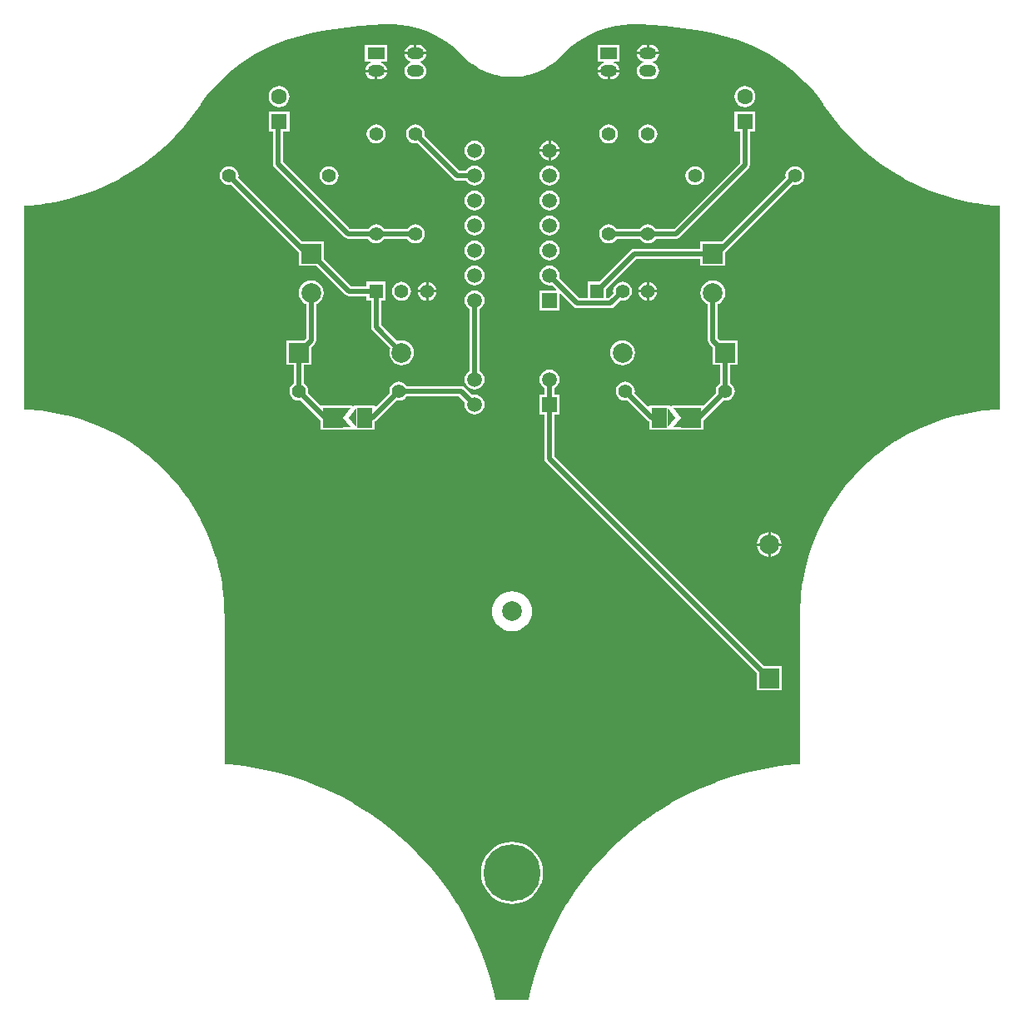
<source format=gbr>
G04 Layer_Physical_Order=1*
G04 Layer_Color=255*
%FSLAX26Y26*%
%MOIN*%
%TF.FileFunction,Copper,L1,Top,Signal*%
%TF.Part,Single*%
G01*
G75*
%TA.AperFunction,Conductor*%
%ADD10C,0.039370*%
%TA.AperFunction,SMDPad,CuDef*%
%ADD11R,0.078740X0.078740*%
%ADD12R,0.064961X0.078740*%
%TA.AperFunction,Conductor*%
%ADD13C,0.019685*%
%TA.AperFunction,ComponentPad*%
%ADD14C,0.059055*%
%ADD15R,0.059055X0.059055*%
%ADD16C,0.055118*%
%ADD17R,0.055118X0.055118*%
%ADD18R,0.078740X0.078740*%
%ADD19C,0.078740*%
%ADD20R,0.078740X0.078740*%
%ADD21R,0.068898X0.047244*%
%ADD22O,0.068898X0.047244*%
%ADD23C,0.062992*%
%ADD24R,0.062992X0.062992*%
%ADD25C,0.173228*%
%TA.AperFunction,ViaPad*%
%ADD26C,0.023622*%
G36*
X511891Y1952151D02*
X561500Y1950059D01*
X611017Y1946370D01*
X660387Y1941089D01*
X709568Y1934220D01*
X758497Y1925772D01*
X807127Y1915754D01*
X855416Y1904173D01*
X879092Y1897682D01*
X896231Y1892345D01*
X930448Y1879775D01*
X963990Y1865504D01*
X996774Y1849568D01*
X1028717Y1832007D01*
X1059738Y1812866D01*
X1089759Y1792192D01*
X1118705Y1770038D01*
X1146506Y1746457D01*
X1173085Y1721514D01*
X1198382Y1695266D01*
X1222327Y1667784D01*
X1233114Y1654071D01*
X1247374Y1631804D01*
X1247631Y1631536D01*
X1247783Y1631197D01*
X1279197Y1586741D01*
X1279556Y1586401D01*
X1279784Y1585962D01*
X1313842Y1543497D01*
X1314222Y1543179D01*
X1314476Y1542755D01*
X1351051Y1502438D01*
X1351449Y1502144D01*
X1351728Y1501736D01*
X1390686Y1463716D01*
X1391100Y1463446D01*
X1391405Y1463056D01*
X1432600Y1427473D01*
X1433030Y1427229D01*
X1433358Y1426858D01*
X1476639Y1393844D01*
X1477083Y1393627D01*
X1477432Y1393276D01*
X1522640Y1362954D01*
X1523097Y1362763D01*
X1523466Y1362435D01*
X1570432Y1334915D01*
X1570900Y1334753D01*
X1571289Y1334447D01*
X1619841Y1309832D01*
X1620317Y1309698D01*
X1620724Y1309417D01*
X1670682Y1287797D01*
X1671166Y1287693D01*
X1671589Y1287437D01*
X1722767Y1268892D01*
X1723257Y1268818D01*
X1723695Y1268588D01*
X1775906Y1253187D01*
X1776398Y1253142D01*
X1776850Y1252939D01*
X1829900Y1240740D01*
X1830395Y1240725D01*
X1830858Y1240550D01*
X1884551Y1231596D01*
X1885046Y1231611D01*
X1885518Y1231465D01*
X1939656Y1225790D01*
X1940026Y1225824D01*
X1940386Y1225730D01*
X1952448Y1225020D01*
Y409367D01*
X1941697Y409102D01*
X1941307Y409015D01*
X1940910Y409064D01*
X1888221Y405175D01*
X1887708Y405033D01*
X1887176Y405064D01*
X1834854Y397737D01*
X1834351Y397562D01*
X1833819Y397558D01*
X1782088Y386825D01*
X1781597Y386617D01*
X1781066Y386578D01*
X1730148Y372485D01*
X1729672Y372245D01*
X1729145Y372171D01*
X1679258Y354778D01*
X1678799Y354509D01*
X1678277Y354400D01*
X1629634Y333782D01*
X1629194Y333482D01*
X1628681Y333340D01*
X1581490Y309584D01*
X1581071Y309257D01*
X1580568Y309081D01*
X1535032Y282290D01*
X1534634Y281935D01*
X1534144Y281728D01*
X1490458Y252015D01*
X1490085Y251636D01*
X1489609Y251396D01*
X1447960Y218890D01*
X1447612Y218487D01*
X1447153Y218217D01*
X1407719Y183057D01*
X1407399Y182632D01*
X1406958Y182332D01*
X1369908Y144668D01*
X1369616Y144223D01*
X1369197Y143896D01*
X1334689Y103889D01*
X1334427Y103425D01*
X1334029Y103071D01*
X1302212Y60893D01*
X1301981Y60414D01*
X1301607Y60034D01*
X1272617Y15866D01*
X1272418Y15372D01*
X1272070Y14969D01*
X1246030Y-31001D01*
X1245863Y-31506D01*
X1245543Y-31932D01*
X1222566Y-79506D01*
X1222432Y-80022D01*
X1222140Y-80467D01*
X1202324Y-129442D01*
X1202224Y-129965D01*
X1201962Y-130429D01*
X1185391Y-180595D01*
X1185326Y-181124D01*
X1185094Y-181603D01*
X1171840Y-232746D01*
X1171810Y-233278D01*
X1171610Y-233772D01*
X1161729Y-285672D01*
X1161733Y-286205D01*
X1161566Y-286710D01*
X1155101Y-339146D01*
X1155140Y-339677D01*
X1155007Y-340192D01*
X1151985Y-392938D01*
X1152040Y-393334D01*
X1151959Y-393726D01*
X1151744Y-420145D01*
X1151756Y-420210D01*
X1151743Y-420276D01*
X1151743Y-1009416D01*
X1134458Y-1010601D01*
X1134134Y-1010689D01*
X1133799Y-1010660D01*
X1069556Y-1017733D01*
X1069129Y-1017868D01*
X1068682Y-1017854D01*
X1004924Y-1028445D01*
X1004505Y-1028603D01*
X1004058Y-1028614D01*
X940978Y-1042691D01*
X940569Y-1042872D01*
X940123Y-1042907D01*
X877912Y-1060429D01*
X877513Y-1060632D01*
X877069Y-1060691D01*
X815915Y-1081604D01*
X815528Y-1081829D01*
X815088Y-1081912D01*
X755174Y-1106153D01*
X754800Y-1106399D01*
X754366Y-1106506D01*
X695875Y-1134001D01*
X695515Y-1134267D01*
X695087Y-1134398D01*
X638194Y-1165065D01*
X637849Y-1165350D01*
X637429Y-1165505D01*
X582307Y-1199251D01*
X581978Y-1199554D01*
X581567Y-1199732D01*
X528382Y-1236454D01*
X528070Y-1236776D01*
X527670Y-1236975D01*
X476582Y-1276564D01*
X476289Y-1276902D01*
X475900Y-1277123D01*
X427064Y-1319459D01*
X426789Y-1319812D01*
X426413Y-1320055D01*
X379977Y-1365009D01*
X379722Y-1365377D01*
X379360Y-1365640D01*
X335463Y-1413077D01*
X335229Y-1413458D01*
X334882Y-1413741D01*
X293657Y-1463518D01*
X293444Y-1463911D01*
X293113Y-1464212D01*
X254685Y-1516179D01*
X254494Y-1516583D01*
X254180Y-1516902D01*
X218664Y-1570901D01*
X218496Y-1571316D01*
X218200Y-1571651D01*
X185704Y-1627519D01*
X185559Y-1627943D01*
X185281Y-1628294D01*
X155904Y-1685863D01*
X155782Y-1686293D01*
X155524Y-1686659D01*
X129353Y-1745755D01*
X129256Y-1746192D01*
X129018Y-1746571D01*
X106133Y-1807015D01*
X106060Y-1807457D01*
X105844Y-1807849D01*
X86313Y-1869459D01*
X86264Y-1869904D01*
X86070Y-1870307D01*
X69954Y-1932897D01*
X69935Y-1933232D01*
X69802Y-1933541D01*
X65756Y-1952448D01*
X-65756D01*
X-69802Y-1933541D01*
X-69935Y-1933232D01*
X-69954Y-1932897D01*
X-86070Y-1870307D01*
X-86264Y-1869904D01*
X-86314Y-1869459D01*
X-105844Y-1807849D01*
X-106060Y-1807457D01*
X-106133Y-1807015D01*
X-129019Y-1746571D01*
X-129256Y-1746192D01*
X-129354Y-1745755D01*
X-155524Y-1686659D01*
X-155782Y-1686293D01*
X-155904Y-1685863D01*
X-185281Y-1628294D01*
X-185559Y-1627943D01*
X-185704Y-1627519D01*
X-218200Y-1571651D01*
X-218496Y-1571316D01*
X-218664Y-1570901D01*
X-254180Y-1516902D01*
X-254494Y-1516583D01*
X-254685Y-1516179D01*
X-293113Y-1464212D01*
X-293444Y-1463911D01*
X-293657Y-1463518D01*
X-334882Y-1413741D01*
X-335229Y-1413458D01*
X-335463Y-1413077D01*
X-379360Y-1365640D01*
X-379722Y-1365377D01*
X-379977Y-1365009D01*
X-426413Y-1320055D01*
X-426790Y-1319812D01*
X-427064Y-1319459D01*
X-475900Y-1277123D01*
X-476289Y-1276902D01*
X-476582Y-1276564D01*
X-527670Y-1236975D01*
X-528070Y-1236776D01*
X-528382Y-1236454D01*
X-581567Y-1199732D01*
X-581978Y-1199554D01*
X-582307Y-1199251D01*
X-637429Y-1165505D01*
X-637849Y-1165350D01*
X-638194Y-1165065D01*
X-695087Y-1134398D01*
X-695515Y-1134267D01*
X-695875Y-1134001D01*
X-754366Y-1106506D01*
X-754800Y-1106399D01*
X-755175Y-1106153D01*
X-815088Y-1081912D01*
X-815528Y-1081829D01*
X-815915Y-1081604D01*
X-877069Y-1060691D01*
X-877513Y-1060632D01*
X-877912Y-1060429D01*
X-940123Y-1042907D01*
X-940569Y-1042872D01*
X-940978Y-1042691D01*
X-1004058Y-1028614D01*
X-1004505Y-1028603D01*
X-1004924Y-1028445D01*
X-1068682Y-1017854D01*
X-1069129Y-1017868D01*
X-1069556Y-1017733D01*
X-1133799Y-1010660D01*
X-1134134Y-1010689D01*
X-1134458Y-1010601D01*
X-1151743Y-1009416D01*
Y-420276D01*
X-1151756Y-420210D01*
X-1151744Y-420145D01*
X-1151959Y-393726D01*
X-1152040Y-393334D01*
X-1151985Y-392938D01*
X-1155007Y-340192D01*
X-1155140Y-339677D01*
X-1155101Y-339146D01*
X-1161566Y-286710D01*
X-1161733Y-286205D01*
X-1161729Y-285672D01*
X-1171610Y-233772D01*
X-1171810Y-233278D01*
X-1171840Y-232746D01*
X-1185094Y-181603D01*
X-1185326Y-181124D01*
X-1185391Y-180595D01*
X-1201962Y-130429D01*
X-1202224Y-129966D01*
X-1202324Y-129442D01*
X-1222140Y-80467D01*
X-1222432Y-80022D01*
X-1222566Y-79506D01*
X-1245543Y-31932D01*
X-1245863Y-31506D01*
X-1246031Y-31001D01*
X-1272070Y14969D01*
X-1272418Y15372D01*
X-1272617Y15866D01*
X-1301608Y60034D01*
X-1301981Y60414D01*
X-1302213Y60893D01*
X-1334029Y103071D01*
X-1334427Y103426D01*
X-1334689Y103889D01*
X-1369197Y143896D01*
X-1369616Y144223D01*
X-1369909Y144668D01*
X-1406958Y182332D01*
X-1407399Y182632D01*
X-1407719Y183057D01*
X-1447153Y218217D01*
X-1447612Y218487D01*
X-1447960Y218890D01*
X-1489609Y251396D01*
X-1490085Y251636D01*
X-1490458Y252015D01*
X-1534144Y281728D01*
X-1534634Y281935D01*
X-1535032Y282290D01*
X-1580568Y309081D01*
X-1581071Y309257D01*
X-1581490Y309584D01*
X-1628681Y333340D01*
X-1629194Y333482D01*
X-1629634Y333782D01*
X-1678277Y354400D01*
X-1678799Y354509D01*
X-1679258Y354778D01*
X-1729145Y372172D01*
X-1729673Y372245D01*
X-1730148Y372485D01*
X-1781066Y386578D01*
X-1781597Y386617D01*
X-1782088Y386825D01*
X-1833819Y397558D01*
X-1834351Y397562D01*
X-1834854Y397737D01*
X-1887176Y405064D01*
X-1887708Y405033D01*
X-1888221Y405175D01*
X-1940910Y409064D01*
X-1941307Y409015D01*
X-1941697Y409102D01*
X-1952448Y409367D01*
X-1952448Y1225020D01*
X-1940386Y1225730D01*
X-1940026Y1225824D01*
X-1939657Y1225790D01*
X-1885518Y1231465D01*
X-1885046Y1231611D01*
X-1884551Y1231596D01*
X-1830858Y1240550D01*
X-1830395Y1240725D01*
X-1829900Y1240739D01*
X-1776850Y1252939D01*
X-1776399Y1253142D01*
X-1775906Y1253187D01*
X-1723695Y1268588D01*
X-1723257Y1268818D01*
X-1722768Y1268892D01*
X-1671589Y1287437D01*
X-1671166Y1287693D01*
X-1670682Y1287797D01*
X-1620724Y1309417D01*
X-1620317Y1309698D01*
X-1619841Y1309832D01*
X-1571289Y1334447D01*
X-1570900Y1334753D01*
X-1570432Y1334915D01*
X-1523466Y1362435D01*
X-1523097Y1362763D01*
X-1522640Y1362954D01*
X-1477433Y1393276D01*
X-1477083Y1393627D01*
X-1476639Y1393844D01*
X-1433358Y1426858D01*
X-1433030Y1427229D01*
X-1432600Y1427473D01*
X-1391405Y1463056D01*
X-1391101Y1463446D01*
X-1390686Y1463716D01*
X-1351729Y1501736D01*
X-1351449Y1502144D01*
X-1351051Y1502438D01*
X-1314476Y1542755D01*
X-1314222Y1543179D01*
X-1313842Y1543497D01*
X-1279785Y1585962D01*
X-1279556Y1586401D01*
X-1279197Y1586741D01*
X-1247783Y1631197D01*
X-1247631Y1631536D01*
X-1247374Y1631804D01*
X-1233114Y1654071D01*
X-1222328Y1667784D01*
X-1198381Y1695267D01*
X-1173086Y1721514D01*
X-1146506Y1746457D01*
X-1118707Y1770036D01*
X-1089760Y1792192D01*
X-1059738Y1812866D01*
X-1028716Y1832007D01*
X-996774Y1849568D01*
X-963989Y1865505D01*
X-930449Y1879775D01*
X-896233Y1892344D01*
X-879092Y1897682D01*
X-855416Y1904173D01*
X-807128Y1915753D01*
X-758497Y1925772D01*
X-709568Y1934220D01*
X-660388Y1941089D01*
X-611017Y1946370D01*
X-561500Y1950059D01*
X-511891Y1952151D01*
X-487155Y1952397D01*
X-473238Y1952381D01*
X-445305Y1950375D01*
X-417581Y1946404D01*
X-390206Y1940488D01*
X-363316Y1932656D01*
X-337047Y1922948D01*
X-311525Y1911412D01*
X-286884Y1898106D01*
X-263239Y1883094D01*
X-240713Y1866453D01*
X-219415Y1848264D01*
X-199454Y1828620D01*
X-190190Y1818119D01*
X-189468Y1817568D01*
X-188926Y1816838D01*
X-179826Y1808598D01*
X-179327Y1808300D01*
X-178949Y1807859D01*
X-159623Y1792725D01*
X-158933Y1792376D01*
X-158376Y1791840D01*
X-137698Y1778613D01*
X-136978Y1778331D01*
X-136373Y1777851D01*
X-114531Y1766650D01*
X-113787Y1766438D01*
X-113139Y1766018D01*
X-90331Y1756945D01*
X-89571Y1756805D01*
X-88885Y1756448D01*
X-65317Y1749586D01*
X-64547Y1749519D01*
X-63830Y1749229D01*
X-39717Y1744639D01*
X-38944Y1744646D01*
X-38203Y1744425D01*
X-13762Y1742150D01*
X-13184Y1742210D01*
X-12617Y1742084D01*
X-344Y1741822D01*
X0Y1741882D01*
X344Y1741822D01*
X12617Y1742084D01*
X13184Y1742210D01*
X13762Y1742150D01*
X38203Y1744425D01*
X38944Y1744646D01*
X39717Y1744639D01*
X63830Y1749229D01*
X64547Y1749519D01*
X65317Y1749586D01*
X88885Y1756448D01*
X89570Y1756805D01*
X90331Y1756945D01*
X113139Y1766018D01*
X113787Y1766438D01*
X114531Y1766650D01*
X136373Y1777851D01*
X136978Y1778331D01*
X137698Y1778613D01*
X158376Y1791840D01*
X158933Y1792376D01*
X159623Y1792725D01*
X178948Y1807859D01*
X179327Y1808300D01*
X179826Y1808598D01*
X188926Y1816838D01*
X189468Y1817568D01*
X190190Y1818119D01*
X199454Y1828620D01*
X219415Y1848264D01*
X240712Y1866452D01*
X263238Y1883093D01*
X286883Y1898105D01*
X311526Y1911412D01*
X337047Y1922948D01*
X363317Y1932656D01*
X390206Y1940488D01*
X417580Y1946404D01*
X445305Y1950375D01*
X473238Y1952381D01*
X487154Y1952397D01*
X511891Y1952151D01*
D02*
G37*
%LPC*%
G36*
X-334567Y921477D02*
Y889252D01*
X-302342D01*
X-302975Y894057D01*
X-306760Y903193D01*
X-312780Y911039D01*
X-320626Y917060D01*
X-329762Y920844D01*
X-334567Y921477D01*
D02*
G37*
G36*
X539291Y921477D02*
X534487Y920844D01*
X525350Y917060D01*
X517504Y911039D01*
X511484Y903194D01*
X507699Y894057D01*
X507067Y889252D01*
X539291D01*
Y921477D01*
D02*
G37*
G36*
X549291Y921477D02*
Y889252D01*
X581516D01*
X580884Y894057D01*
X577099Y903194D01*
X571079Y911039D01*
X563233Y917060D01*
X554096Y920844D01*
X549291Y921477D01*
D02*
G37*
G36*
X581516Y879252D02*
X549291D01*
Y847027D01*
X554096Y847660D01*
X563233Y851444D01*
X571079Y857465D01*
X577099Y865311D01*
X580884Y874447D01*
X581516Y879252D01*
D02*
G37*
G36*
X-302342Y879252D02*
X-334567D01*
Y847027D01*
X-329762Y847660D01*
X-320626Y851444D01*
X-312780Y857465D01*
X-306760Y865310D01*
X-302975Y874447D01*
X-302342Y879252D01*
D02*
G37*
G36*
X-344567Y921477D02*
X-349372Y920844D01*
X-358509Y917060D01*
X-366355Y911039D01*
X-372375Y903193D01*
X-376159Y894057D01*
X-376792Y889252D01*
X-344567D01*
Y921477D01*
D02*
G37*
G36*
X539291Y879252D02*
X507067D01*
X507699Y874447D01*
X511484Y865311D01*
X517504Y857465D01*
X525350Y851444D01*
X534487Y847660D01*
X539291Y847027D01*
Y879252D01*
D02*
G37*
G36*
X-150000Y1186719D02*
X-160319Y1185360D01*
X-169934Y1181377D01*
X-178191Y1175042D01*
X-184527Y1166784D01*
X-188510Y1157169D01*
X-189869Y1146850D01*
X-188510Y1136531D01*
X-184527Y1126916D01*
X-178191Y1118659D01*
X-169934Y1112323D01*
X-160319Y1108340D01*
X-150000Y1106982D01*
X-139681Y1108340D01*
X-130066Y1112323D01*
X-121809Y1118659D01*
X-115473Y1126916D01*
X-111490Y1136531D01*
X-110131Y1146850D01*
X-111490Y1157169D01*
X-115473Y1166784D01*
X-121809Y1175042D01*
X-130066Y1181377D01*
X-139681Y1185360D01*
X-150000Y1186719D01*
D02*
G37*
G36*
X150000D02*
X139681Y1185360D01*
X130066Y1181377D01*
X121809Y1175042D01*
X115473Y1166784D01*
X111490Y1157169D01*
X110131Y1146850D01*
X111490Y1136531D01*
X115473Y1126916D01*
X121809Y1118659D01*
X130066Y1112323D01*
X139681Y1108340D01*
X150000Y1106982D01*
X160319Y1108340D01*
X169934Y1112323D01*
X178191Y1118659D01*
X184527Y1126916D01*
X188510Y1136531D01*
X189869Y1146850D01*
X188510Y1157169D01*
X184527Y1166784D01*
X178191Y1175042D01*
X169934Y1181377D01*
X160319Y1185360D01*
X150000Y1186719D01*
D02*
G37*
G36*
X973780Y1604882D02*
X890788D01*
Y1521890D01*
X912052D01*
Y1397357D01*
X648841Y1134145D01*
X576110D01*
X571079Y1140701D01*
X563233Y1146721D01*
X554096Y1150506D01*
X544292Y1151797D01*
X534487Y1150506D01*
X525350Y1146721D01*
X517504Y1140701D01*
X512473Y1134145D01*
X418629D01*
X413599Y1140701D01*
X405753Y1146721D01*
X396616Y1150506D01*
X386811Y1151797D01*
X377006Y1150506D01*
X367870Y1146721D01*
X360024Y1140701D01*
X354003Y1132855D01*
X350219Y1123718D01*
X348928Y1113914D01*
X350219Y1104109D01*
X354003Y1094972D01*
X360024Y1087126D01*
X367870Y1081106D01*
X377006Y1077321D01*
X386811Y1076031D01*
X396616Y1077321D01*
X405753Y1081106D01*
X413599Y1087126D01*
X418629Y1093682D01*
X512473D01*
X517504Y1087126D01*
X525350Y1081106D01*
X534487Y1077321D01*
X544292Y1076030D01*
X554096Y1077321D01*
X563233Y1081106D01*
X571079Y1087126D01*
X576110Y1093682D01*
X657221D01*
X664963Y1095222D01*
X671526Y1099608D01*
X946589Y1374671D01*
X950975Y1381234D01*
X952515Y1388976D01*
Y1521890D01*
X973780D01*
Y1604882D01*
D02*
G37*
G36*
X-890788Y1604882D02*
X-973779D01*
Y1521890D01*
X-957239D01*
Y1393701D01*
X-955699Y1385959D01*
X-951313Y1379395D01*
X-671526Y1099608D01*
X-664963Y1095223D01*
X-657221Y1093682D01*
X-576110D01*
X-571079Y1087126D01*
X-563233Y1081106D01*
X-554096Y1077321D01*
X-544292Y1076031D01*
X-534487Y1077321D01*
X-525350Y1081106D01*
X-517504Y1087126D01*
X-512473Y1093682D01*
X-418629D01*
X-413599Y1087126D01*
X-405753Y1081106D01*
X-396616Y1077321D01*
X-386811Y1076031D01*
X-377006Y1077321D01*
X-367870Y1081106D01*
X-360024Y1087126D01*
X-354003Y1094972D01*
X-350219Y1104109D01*
X-348928Y1113914D01*
X-350219Y1123718D01*
X-354003Y1132855D01*
X-360024Y1140701D01*
X-367870Y1146721D01*
X-377006Y1150506D01*
X-386811Y1151797D01*
X-396616Y1150506D01*
X-405753Y1146721D01*
X-413599Y1140701D01*
X-418629Y1134145D01*
X-512473D01*
X-517504Y1140701D01*
X-525350Y1146721D01*
X-534487Y1150506D01*
X-544292Y1151797D01*
X-554096Y1150506D01*
X-563233Y1146721D01*
X-571079Y1140701D01*
X-576110Y1134145D01*
X-648841D01*
X-916777Y1402081D01*
Y1521890D01*
X-890788D01*
Y1604882D01*
D02*
G37*
G36*
X-150000Y986719D02*
X-160319Y985360D01*
X-169934Y981377D01*
X-178191Y975042D01*
X-184527Y966784D01*
X-188510Y957169D01*
X-189869Y946850D01*
X-188510Y936531D01*
X-184527Y926916D01*
X-178191Y918659D01*
X-169934Y912323D01*
X-160319Y908340D01*
X-150000Y906981D01*
X-139681Y908340D01*
X-130066Y912323D01*
X-121809Y918659D01*
X-115473Y926916D01*
X-111490Y936531D01*
X-110131Y946850D01*
X-111490Y957169D01*
X-115473Y966784D01*
X-121809Y975042D01*
X-130066Y981377D01*
X-139681Y985360D01*
X-150000Y986719D01*
D02*
G37*
G36*
Y1086719D02*
X-160319Y1085360D01*
X-169934Y1081377D01*
X-178191Y1075042D01*
X-184527Y1066784D01*
X-188510Y1057169D01*
X-189869Y1046850D01*
X-188510Y1036531D01*
X-184527Y1026916D01*
X-178191Y1018659D01*
X-169934Y1012323D01*
X-160319Y1008340D01*
X-150000Y1006981D01*
X-139681Y1008340D01*
X-130066Y1012323D01*
X-121809Y1018659D01*
X-115473Y1026916D01*
X-111490Y1036531D01*
X-110131Y1046850D01*
X-111490Y1057169D01*
X-115473Y1066784D01*
X-121809Y1075042D01*
X-130066Y1081377D01*
X-139681Y1085360D01*
X-150000Y1086719D01*
D02*
G37*
G36*
X150000D02*
X139681Y1085360D01*
X130066Y1081377D01*
X121809Y1075042D01*
X115473Y1066784D01*
X111490Y1057169D01*
X110131Y1046850D01*
X111490Y1036531D01*
X115473Y1026916D01*
X121809Y1018659D01*
X130066Y1012323D01*
X139681Y1008340D01*
X150000Y1006981D01*
X160319Y1008340D01*
X169934Y1012323D01*
X178191Y1018659D01*
X184527Y1026916D01*
X188510Y1036531D01*
X189869Y1046850D01*
X188510Y1057169D01*
X184527Y1066784D01*
X178191Y1075042D01*
X169934Y1081377D01*
X160319Y1085360D01*
X150000Y1086719D01*
D02*
G37*
G36*
X1079059Y-135118D02*
X1034921D01*
Y-179256D01*
X1042810Y-178217D01*
X1054819Y-173243D01*
X1065132Y-165329D01*
X1073046Y-155016D01*
X1078021Y-143006D01*
X1079059Y-135118D01*
D02*
G37*
G36*
X1024921Y-80980D02*
X1017033Y-82019D01*
X1005023Y-86993D01*
X994710Y-94907D01*
X986797Y-105220D01*
X981822Y-117230D01*
X980784Y-125118D01*
X1024921D01*
Y-80980D01*
D02*
G37*
G36*
X1034921D02*
Y-125118D01*
X1079059D01*
X1078021Y-117230D01*
X1073046Y-105220D01*
X1065132Y-94907D01*
X1054819Y-86993D01*
X1042810Y-82019D01*
X1034921Y-80980D01*
D02*
G37*
G36*
X1024921Y-135118D02*
X980784D01*
X981822Y-143006D01*
X986797Y-155016D01*
X994710Y-165329D01*
X1005023Y-173243D01*
X1017033Y-178217D01*
X1024921Y-179256D01*
Y-135118D01*
D02*
G37*
G36*
X0Y-1320325D02*
X-19485Y-1321858D01*
X-38490Y-1326421D01*
X-56548Y-1333901D01*
X-73213Y-1344113D01*
X-88075Y-1356807D01*
X-100769Y-1371669D01*
X-110981Y-1388334D01*
X-118461Y-1406392D01*
X-123024Y-1425397D01*
X-124557Y-1444882D01*
X-123024Y-1464367D01*
X-118461Y-1483372D01*
X-110981Y-1501430D01*
X-100769Y-1518095D01*
X-88075Y-1532957D01*
X-73213Y-1545651D01*
X-56548Y-1555863D01*
X-38490Y-1563343D01*
X-19485Y-1567906D01*
X0Y-1569439D01*
X19485Y-1567906D01*
X38490Y-1563343D01*
X56548Y-1555863D01*
X73213Y-1545651D01*
X88075Y-1532957D01*
X100769Y-1518095D01*
X110981Y-1501430D01*
X118461Y-1483372D01*
X123024Y-1464367D01*
X124557Y-1444882D01*
X123024Y-1425397D01*
X118461Y-1406392D01*
X110981Y-1388334D01*
X100769Y-1371669D01*
X88075Y-1356807D01*
X73213Y-1344113D01*
X56548Y-1333901D01*
X38490Y-1326421D01*
X19485Y-1321858D01*
X0Y-1320325D01*
D02*
G37*
G36*
X150000Y570184D02*
X139681Y568825D01*
X130066Y564842D01*
X121809Y558506D01*
X115473Y550249D01*
X111490Y540634D01*
X110131Y530315D01*
X111490Y519996D01*
X115473Y510381D01*
X121809Y502124D01*
X129769Y496016D01*
Y469842D01*
X110472D01*
Y390788D01*
X129769D01*
Y214764D01*
X131309Y207022D01*
X135694Y200458D01*
X980551Y-644399D01*
Y-714528D01*
X1079291D01*
Y-615787D01*
X1009162D01*
X170231Y223144D01*
Y390788D01*
X189528D01*
Y469842D01*
X170231D01*
Y496016D01*
X178191Y502124D01*
X184527Y510381D01*
X188510Y519996D01*
X189869Y530315D01*
X188510Y540634D01*
X184527Y550249D01*
X178191Y558506D01*
X169934Y564842D01*
X160319Y568825D01*
X150000Y570184D01*
D02*
G37*
G36*
X0Y-317172D02*
X-15698Y-318718D01*
X-30793Y-323297D01*
X-44705Y-330733D01*
X-56898Y-340740D01*
X-66905Y-352933D01*
X-74341Y-366845D01*
X-78920Y-381940D01*
X-80466Y-397638D01*
X-78920Y-413336D01*
X-74341Y-428431D01*
X-66905Y-442342D01*
X-56898Y-454536D01*
X-44705Y-464543D01*
X-30793Y-471979D01*
X-15698Y-476558D01*
X0Y-478104D01*
X15698Y-476558D01*
X30793Y-471979D01*
X44705Y-464543D01*
X56898Y-454536D01*
X66905Y-442342D01*
X74341Y-428431D01*
X78920Y-413336D01*
X80466Y-397638D01*
X78920Y-381940D01*
X74341Y-366845D01*
X66905Y-352933D01*
X56898Y-340740D01*
X44705Y-330733D01*
X30793Y-323297D01*
X15698Y-318718D01*
X0Y-317172D01*
D02*
G37*
G36*
X441929Y687591D02*
X429041Y685895D01*
X417031Y680920D01*
X406718Y673006D01*
X398805Y662693D01*
X393830Y650683D01*
X392133Y637795D01*
X393830Y624907D01*
X398805Y612897D01*
X406718Y602584D01*
X417031Y594671D01*
X429041Y589696D01*
X441929Y587999D01*
X454817Y589696D01*
X466827Y594671D01*
X477140Y602584D01*
X485054Y612897D01*
X490029Y624907D01*
X491725Y637795D01*
X490029Y650683D01*
X485054Y662693D01*
X477140Y673006D01*
X466827Y680920D01*
X454817Y685895D01*
X441929Y687591D01*
D02*
G37*
G36*
X-441929Y922135D02*
X-451734Y920844D01*
X-460871Y917060D01*
X-468717Y911039D01*
X-474737Y903193D01*
X-478522Y894057D01*
X-479812Y884252D01*
X-478522Y874447D01*
X-474737Y865310D01*
X-468717Y857465D01*
X-460871Y851444D01*
X-451734Y847660D01*
X-441929Y846369D01*
X-432125Y847660D01*
X-422988Y851444D01*
X-415142Y857465D01*
X-409122Y865310D01*
X-405337Y874447D01*
X-404046Y884252D01*
X-405337Y894057D01*
X-409122Y903193D01*
X-415142Y911039D01*
X-422988Y917060D01*
X-432125Y920844D01*
X-441929Y922135D01*
D02*
G37*
G36*
X-344567Y879252D02*
X-376792D01*
X-376159Y874447D01*
X-372375Y865310D01*
X-366355Y857465D01*
X-358509Y851444D01*
X-349372Y847660D01*
X-344567Y847027D01*
Y879252D01*
D02*
G37*
G36*
X-1132284Y1384733D02*
X-1142088Y1383443D01*
X-1151225Y1379658D01*
X-1159071Y1373638D01*
X-1165091Y1365792D01*
X-1168876Y1356655D01*
X-1170167Y1346850D01*
X-1168876Y1337045D01*
X-1165091Y1327909D01*
X-1159071Y1320063D01*
X-1151225Y1314043D01*
X-1142088Y1310258D01*
X-1132284Y1308967D01*
X-1124090Y1310046D01*
X-853520Y1039476D01*
Y985065D01*
X-783391D01*
X-668272Y869946D01*
X-661709Y865561D01*
X-653966Y864021D01*
X-581851D01*
Y846693D01*
X-564523D01*
Y740158D01*
X-562983Y732415D01*
X-558597Y725852D01*
X-488095Y655350D01*
X-490029Y650683D01*
X-491725Y637795D01*
X-490029Y624907D01*
X-485054Y612897D01*
X-477140Y602584D01*
X-466827Y594670D01*
X-454817Y589696D01*
X-441929Y587999D01*
X-429041Y589696D01*
X-417031Y594670D01*
X-406718Y602584D01*
X-398805Y612897D01*
X-393830Y624907D01*
X-392133Y637795D01*
X-393830Y650683D01*
X-398805Y662693D01*
X-406718Y673006D01*
X-417031Y680920D01*
X-429041Y685894D01*
X-441929Y687591D01*
X-454817Y685894D01*
X-459484Y683961D01*
X-524060Y748538D01*
Y846693D01*
X-506733D01*
Y921811D01*
X-581851D01*
Y904483D01*
X-645586D01*
X-754780Y1013677D01*
Y1083806D01*
X-840628D01*
X-1095479Y1338657D01*
X-1094400Y1346850D01*
X-1095691Y1356655D01*
X-1099476Y1365792D01*
X-1105496Y1373638D01*
X-1113342Y1379658D01*
X-1122479Y1383443D01*
X-1132284Y1384733D01*
D02*
G37*
G36*
X-804150Y926751D02*
X-817038Y925054D01*
X-829048Y920080D01*
X-839361Y912166D01*
X-847275Y901853D01*
X-852249Y889843D01*
X-853946Y876955D01*
X-852249Y864067D01*
X-847275Y852057D01*
X-839361Y841744D01*
X-829048Y833830D01*
X-824381Y831897D01*
Y695765D01*
X-832981Y687165D01*
X-903110D01*
Y588425D01*
X-873971D01*
Y516070D01*
X-880528Y511039D01*
X-886548Y503193D01*
X-890333Y494057D01*
X-891623Y484252D01*
X-890333Y474447D01*
X-886548Y465310D01*
X-880528Y457465D01*
X-872682Y451444D01*
X-863545Y447660D01*
X-853740Y446369D01*
X-845547Y447447D01*
X-765413Y367314D01*
Y328583D01*
X-677658D01*
X-676673Y328387D01*
X-647146D01*
X-645892Y328636D01*
X-644615Y328706D01*
X-643958Y329021D01*
X-643244Y329163D01*
X-642181Y329873D01*
X-641028Y330426D01*
X-640542Y330968D01*
X-639936Y331373D01*
X-639226Y332436D01*
X-638524Y333219D01*
X-638061Y333222D01*
X-633524Y331364D01*
Y328583D01*
X-625231D01*
X-624966Y328489D01*
X-624238Y328529D01*
X-623524Y328387D01*
X-622539Y328583D01*
X-548563D01*
Y361757D01*
X-545734Y363647D01*
X-461934Y447447D01*
X-453740Y446369D01*
X-443935Y447660D01*
X-434799Y451444D01*
X-426953Y457465D01*
X-421922Y464021D01*
X-212317D01*
X-188559Y440263D01*
X-189869Y430315D01*
X-188510Y419996D01*
X-184527Y410381D01*
X-178191Y402124D01*
X-169934Y395788D01*
X-160319Y391805D01*
X-150000Y390446D01*
X-139681Y391805D01*
X-130066Y395788D01*
X-121809Y402124D01*
X-115473Y410381D01*
X-111490Y419996D01*
X-110131Y430315D01*
X-111490Y440634D01*
X-115473Y450249D01*
X-121809Y458506D01*
X-130066Y464842D01*
X-139681Y468825D01*
X-150000Y470184D01*
X-159948Y468874D01*
X-189631Y498558D01*
X-196195Y502943D01*
X-203937Y504483D01*
X-421922D01*
X-426953Y511039D01*
X-434799Y517060D01*
X-443935Y520844D01*
X-453740Y522135D01*
X-463545Y520844D01*
X-472682Y517060D01*
X-480528Y511039D01*
X-486548Y503193D01*
X-490333Y494057D01*
X-491623Y484252D01*
X-490545Y476059D01*
X-543944Y422660D01*
X-548563Y424573D01*
Y427323D01*
X-622539D01*
X-623524Y427519D01*
X-624238Y427377D01*
X-624966Y427416D01*
X-625231Y427323D01*
X-633524D01*
Y424541D01*
X-638061Y422683D01*
X-638524Y422686D01*
X-639226Y423469D01*
X-639936Y424533D01*
X-640542Y424937D01*
X-641028Y425480D01*
X-642181Y426032D01*
X-643244Y426743D01*
X-643958Y426885D01*
X-644615Y427200D01*
X-645892Y427269D01*
X-647146Y427519D01*
X-676673D01*
X-677658Y427323D01*
X-765413D01*
X-765413Y427323D01*
Y427323D01*
X-769832Y428955D01*
X-816936Y476059D01*
X-815857Y484252D01*
X-817148Y494057D01*
X-820933Y503193D01*
X-826953Y511039D01*
X-833509Y516070D01*
Y588425D01*
X-804370D01*
Y658554D01*
X-789844Y673080D01*
X-785459Y679643D01*
X-783919Y687385D01*
Y831897D01*
X-779252Y833830D01*
X-768939Y841744D01*
X-761025Y852057D01*
X-756051Y864067D01*
X-754354Y876955D01*
X-756051Y889843D01*
X-761025Y901853D01*
X-768939Y912166D01*
X-779252Y920080D01*
X-791262Y925054D01*
X-804150Y926751D01*
D02*
G37*
G36*
X804149D02*
X791261Y925054D01*
X779251Y920080D01*
X768938Y912166D01*
X761025Y901853D01*
X756050Y889843D01*
X754353Y876955D01*
X756050Y864067D01*
X761025Y852057D01*
X768938Y841744D01*
X779251Y833830D01*
X783918Y831897D01*
Y687386D01*
X785458Y679644D01*
X789844Y673081D01*
X804370Y658554D01*
Y588425D01*
X833509D01*
Y516070D01*
X826953Y511039D01*
X820932Y503193D01*
X817148Y494057D01*
X815857Y484252D01*
X816936Y476059D01*
X769869Y428992D01*
X765413Y427323D01*
Y427323D01*
X765413Y427323D01*
X677658D01*
X676673Y427519D01*
X647146D01*
X645892Y427269D01*
X644615Y427200D01*
X643958Y426885D01*
X643244Y426743D01*
X642181Y426032D01*
X641028Y425480D01*
X640542Y424937D01*
X639936Y424533D01*
X639226Y423469D01*
X638524Y422686D01*
X638061Y422683D01*
X633524Y424541D01*
Y427323D01*
X625231D01*
X624966Y427416D01*
X624238Y427377D01*
X623524Y427519D01*
X622539Y427323D01*
X548563D01*
Y424573D01*
X543944Y422660D01*
X490545Y476059D01*
X491623Y484252D01*
X490332Y494057D01*
X486548Y503193D01*
X480527Y511039D01*
X472682Y517060D01*
X463545Y520844D01*
X453740Y522135D01*
X443935Y520844D01*
X434799Y517060D01*
X426953Y511039D01*
X420932Y503193D01*
X417148Y494057D01*
X415857Y484252D01*
X417148Y474447D01*
X420932Y465310D01*
X426953Y457465D01*
X434799Y451444D01*
X443935Y447660D01*
X453740Y446369D01*
X461933Y447447D01*
X545734Y363647D01*
X548563Y361757D01*
Y328583D01*
X622539D01*
X623524Y328387D01*
X624238Y328529D01*
X624966Y328489D01*
X625231Y328583D01*
X633524D01*
Y331364D01*
X638061Y333222D01*
X638524Y333219D01*
X639226Y332436D01*
X639936Y331373D01*
X640542Y330968D01*
X641028Y330426D01*
X642181Y329873D01*
X643244Y329163D01*
X643958Y329021D01*
X644615Y328706D01*
X645892Y328636D01*
X647146Y328387D01*
X676673D01*
X677658Y328583D01*
X765413D01*
Y367314D01*
X845547Y447447D01*
X853740Y446369D01*
X863545Y447660D01*
X872682Y451444D01*
X880528Y457465D01*
X886548Y465310D01*
X890332Y474447D01*
X891623Y484252D01*
X890332Y494057D01*
X886548Y503193D01*
X880528Y511039D01*
X873971Y516070D01*
Y588425D01*
X903110D01*
Y687165D01*
X832981D01*
X824381Y695766D01*
Y831897D01*
X829047Y833830D01*
X839361Y841744D01*
X847274Y852057D01*
X852249Y864067D01*
X853946Y876955D01*
X852249Y889843D01*
X847274Y901853D01*
X839361Y912166D01*
X829047Y920080D01*
X817038Y925054D01*
X804149Y926751D01*
D02*
G37*
G36*
X-150000Y886719D02*
X-160319Y885360D01*
X-169934Y881377D01*
X-178191Y875042D01*
X-184527Y866784D01*
X-188510Y857169D01*
X-189869Y846850D01*
X-188510Y836531D01*
X-184527Y826916D01*
X-178191Y818659D01*
X-170231Y812551D01*
Y564614D01*
X-178191Y558506D01*
X-184527Y550249D01*
X-188510Y540634D01*
X-189869Y530315D01*
X-188510Y519996D01*
X-184527Y510381D01*
X-178191Y502124D01*
X-169934Y495788D01*
X-160319Y491805D01*
X-150000Y490446D01*
X-139681Y491805D01*
X-130066Y495788D01*
X-121809Y502124D01*
X-115473Y510381D01*
X-111490Y519996D01*
X-110131Y530315D01*
X-111490Y540634D01*
X-115473Y550249D01*
X-121809Y558506D01*
X-129769Y564614D01*
Y812551D01*
X-121809Y818659D01*
X-115473Y826916D01*
X-111490Y836531D01*
X-110131Y846850D01*
X-111490Y857169D01*
X-115473Y866784D01*
X-121809Y875042D01*
X-130066Y881377D01*
X-139681Y885360D01*
X-150000Y886719D01*
D02*
G37*
G36*
Y1286719D02*
X-160319Y1285360D01*
X-169934Y1281377D01*
X-178191Y1275042D01*
X-184527Y1266784D01*
X-188510Y1257169D01*
X-189869Y1246850D01*
X-188510Y1236531D01*
X-184527Y1226916D01*
X-178191Y1218659D01*
X-169934Y1212323D01*
X-160319Y1208340D01*
X-150000Y1206982D01*
X-139681Y1208340D01*
X-130066Y1212323D01*
X-121809Y1218659D01*
X-115473Y1226916D01*
X-111490Y1236531D01*
X-110131Y1246850D01*
X-111490Y1257169D01*
X-115473Y1266784D01*
X-121809Y1275042D01*
X-130066Y1281377D01*
X-139681Y1285360D01*
X-150000Y1286719D01*
D02*
G37*
G36*
X-342730Y1831614D02*
X-430892D01*
X-430394Y1827837D01*
X-427007Y1819658D01*
X-421617Y1812635D01*
X-414594Y1807245D01*
X-406415Y1803858D01*
X-405238Y1803703D01*
Y1798659D01*
X-406415Y1798505D01*
X-414594Y1795117D01*
X-421617Y1789727D01*
X-427007Y1782704D01*
X-430394Y1774525D01*
X-431550Y1765748D01*
X-430394Y1756971D01*
X-427007Y1748792D01*
X-421617Y1741768D01*
X-414594Y1736379D01*
X-406415Y1732991D01*
X-397638Y1731836D01*
X-375984D01*
X-367207Y1732991D01*
X-359028Y1736379D01*
X-352005Y1741768D01*
X-346615Y1748792D01*
X-343228Y1756971D01*
X-342072Y1765748D01*
X-343228Y1774525D01*
X-346615Y1782704D01*
X-352005Y1789727D01*
X-359028Y1795117D01*
X-367207Y1798505D01*
X-368384Y1798659D01*
Y1803703D01*
X-367207Y1803858D01*
X-359028Y1807245D01*
X-352005Y1812635D01*
X-346615Y1819658D01*
X-343228Y1827837D01*
X-342730Y1831614D01*
D02*
G37*
G36*
X381811Y1760748D02*
X342730D01*
X343228Y1756971D01*
X346615Y1748792D01*
X352005Y1741768D01*
X359028Y1736379D01*
X367207Y1732991D01*
X375984Y1731836D01*
X381811D01*
Y1760748D01*
D02*
G37*
G36*
X430892D02*
X391811D01*
Y1731836D01*
X397638D01*
X406415Y1732991D01*
X414594Y1736379D01*
X421617Y1741768D01*
X427007Y1748792D01*
X430394Y1756971D01*
X430892Y1760748D01*
D02*
G37*
G36*
X-500211D02*
X-539291D01*
Y1731836D01*
X-533465D01*
X-524688Y1732991D01*
X-516509Y1736379D01*
X-509485Y1741768D01*
X-504096Y1748792D01*
X-500708Y1756971D01*
X-500211Y1760748D01*
D02*
G37*
G36*
X-932284Y1705240D02*
X-943116Y1703814D01*
X-953211Y1699632D01*
X-961879Y1692981D01*
X-968530Y1684313D01*
X-972712Y1674218D01*
X-974138Y1663386D01*
X-972712Y1652553D01*
X-968530Y1642459D01*
X-961879Y1633790D01*
X-953211Y1627139D01*
X-943116Y1622958D01*
X-932284Y1621532D01*
X-921451Y1622958D01*
X-911356Y1627139D01*
X-902688Y1633790D01*
X-896037Y1642459D01*
X-891856Y1652553D01*
X-890429Y1663386D01*
X-891856Y1674218D01*
X-896037Y1684313D01*
X-902688Y1692981D01*
X-911356Y1699632D01*
X-921451Y1703814D01*
X-932284Y1705240D01*
D02*
G37*
G36*
X932284Y1705240D02*
X921451Y1703814D01*
X911357Y1699632D01*
X902688Y1692981D01*
X896037Y1684313D01*
X891856Y1674218D01*
X890429Y1663386D01*
X891856Y1652553D01*
X896037Y1642459D01*
X902688Y1633791D01*
X911357Y1627139D01*
X921451Y1622958D01*
X932284Y1621532D01*
X943116Y1622958D01*
X953211Y1627139D01*
X961879Y1633791D01*
X968530Y1642459D01*
X972712Y1652553D01*
X974138Y1663386D01*
X972712Y1674218D01*
X968530Y1684313D01*
X961879Y1692981D01*
X953211Y1699632D01*
X943116Y1703814D01*
X932284Y1705240D01*
D02*
G37*
G36*
X-549291Y1760748D02*
X-588372D01*
X-587875Y1756971D01*
X-584487Y1748792D01*
X-579098Y1741768D01*
X-572074Y1736379D01*
X-563895Y1732991D01*
X-555118Y1731836D01*
X-549291D01*
Y1760748D01*
D02*
G37*
G36*
X-375984Y1870526D02*
X-381811D01*
Y1841614D01*
X-342730D01*
X-343228Y1845391D01*
X-346615Y1853570D01*
X-352005Y1860594D01*
X-359028Y1865983D01*
X-367207Y1869371D01*
X-375984Y1870526D01*
D02*
G37*
G36*
X539291D02*
X533465D01*
X524688Y1869371D01*
X516509Y1865983D01*
X509485Y1860594D01*
X504096Y1853570D01*
X500708Y1845391D01*
X500211Y1841614D01*
X539291D01*
Y1870526D01*
D02*
G37*
G36*
X555118D02*
X549291D01*
Y1841614D01*
X588372D01*
X587875Y1845391D01*
X584487Y1853570D01*
X579098Y1860594D01*
X572074Y1865983D01*
X563895Y1869371D01*
X555118Y1870526D01*
D02*
G37*
G36*
X-391811D02*
X-397638D01*
X-406415Y1869371D01*
X-414594Y1865983D01*
X-421617Y1860594D01*
X-427007Y1853570D01*
X-430394Y1845391D01*
X-430892Y1841614D01*
X-391811D01*
Y1870526D01*
D02*
G37*
G36*
X588372Y1831614D02*
X500211D01*
X500708Y1827837D01*
X504096Y1819658D01*
X509485Y1812635D01*
X516509Y1807245D01*
X524688Y1803858D01*
X525864Y1803703D01*
Y1798659D01*
X524688Y1798505D01*
X516509Y1795117D01*
X509485Y1789727D01*
X504096Y1782704D01*
X500708Y1774525D01*
X499553Y1765748D01*
X500708Y1756971D01*
X504096Y1748792D01*
X509485Y1741768D01*
X516509Y1736379D01*
X524688Y1732991D01*
X533465Y1731836D01*
X555118D01*
X563895Y1732991D01*
X572074Y1736379D01*
X579098Y1741768D01*
X584487Y1748792D01*
X587875Y1756971D01*
X589030Y1765748D01*
X587875Y1774525D01*
X584487Y1782704D01*
X579098Y1789727D01*
X572074Y1795117D01*
X563895Y1798505D01*
X562718Y1798659D01*
Y1803703D01*
X563895Y1803858D01*
X572074Y1807245D01*
X579098Y1812635D01*
X584487Y1819658D01*
X587875Y1827837D01*
X588372Y1831614D01*
D02*
G37*
G36*
X-499843Y1870236D02*
X-588740D01*
Y1802992D01*
X-566127D01*
X-565132Y1797992D01*
X-572074Y1795117D01*
X-579098Y1789727D01*
X-584487Y1782704D01*
X-587875Y1774525D01*
X-588372Y1770748D01*
X-500211D01*
X-500708Y1774525D01*
X-504096Y1782704D01*
X-509485Y1789727D01*
X-516509Y1795117D01*
X-523450Y1797992D01*
X-522456Y1802992D01*
X-499843D01*
Y1870236D01*
D02*
G37*
G36*
X431260D02*
X342362D01*
Y1802992D01*
X364975D01*
X365970Y1797992D01*
X359028Y1795117D01*
X352005Y1789727D01*
X346615Y1782704D01*
X343228Y1774525D01*
X342730Y1770748D01*
X430892D01*
X430394Y1774525D01*
X427007Y1782704D01*
X421617Y1789727D01*
X414594Y1795117D01*
X407652Y1797992D01*
X408647Y1802992D01*
X431260D01*
Y1870236D01*
D02*
G37*
G36*
X150000Y1386719D02*
X139681Y1385360D01*
X130066Y1381377D01*
X121809Y1375042D01*
X115473Y1366784D01*
X111490Y1357169D01*
X110131Y1346850D01*
X111490Y1336531D01*
X115473Y1326916D01*
X121809Y1318659D01*
X130066Y1312323D01*
X139681Y1308340D01*
X150000Y1306982D01*
X160319Y1308340D01*
X169934Y1312323D01*
X178191Y1318659D01*
X184527Y1326916D01*
X188510Y1336531D01*
X189869Y1346850D01*
X188510Y1357169D01*
X184527Y1366784D01*
X178191Y1375042D01*
X169934Y1381377D01*
X160319Y1385360D01*
X150000Y1386719D01*
D02*
G37*
G36*
X-386811Y1551797D02*
X-396616Y1550506D01*
X-405753Y1546721D01*
X-413599Y1540701D01*
X-419619Y1532855D01*
X-423404Y1523718D01*
X-424694Y1513914D01*
X-423404Y1504109D01*
X-419619Y1494972D01*
X-413599Y1487126D01*
X-405753Y1481106D01*
X-396616Y1477321D01*
X-386811Y1476031D01*
X-378618Y1477109D01*
X-234053Y1332544D01*
X-227490Y1328159D01*
X-219748Y1326619D01*
X-184299D01*
X-178191Y1318659D01*
X-169934Y1312323D01*
X-160319Y1308340D01*
X-150000Y1306982D01*
X-139681Y1308340D01*
X-130066Y1312323D01*
X-121809Y1318659D01*
X-115473Y1326916D01*
X-111490Y1336531D01*
X-110131Y1346850D01*
X-111490Y1357169D01*
X-115473Y1366784D01*
X-121809Y1375042D01*
X-130066Y1381377D01*
X-139681Y1385360D01*
X-150000Y1386719D01*
X-160319Y1385360D01*
X-169934Y1381377D01*
X-178191Y1375042D01*
X-184299Y1367081D01*
X-211368D01*
X-350007Y1505720D01*
X-348928Y1513914D01*
X-350219Y1523718D01*
X-354003Y1532855D01*
X-360024Y1540701D01*
X-367870Y1546721D01*
X-377006Y1550506D01*
X-386811Y1551797D01*
D02*
G37*
G36*
X150000Y1286719D02*
X139681Y1285360D01*
X130066Y1281377D01*
X121809Y1275042D01*
X115473Y1266784D01*
X111490Y1257169D01*
X110131Y1246850D01*
X111490Y1236531D01*
X115473Y1226916D01*
X121809Y1218659D01*
X130066Y1212323D01*
X139681Y1208340D01*
X150000Y1206982D01*
X160319Y1208340D01*
X169934Y1212323D01*
X178191Y1218659D01*
X184527Y1226916D01*
X188510Y1236531D01*
X189869Y1246850D01*
X188510Y1257169D01*
X184527Y1266784D01*
X178191Y1275042D01*
X169934Y1281377D01*
X160319Y1285360D01*
X150000Y1286719D01*
D02*
G37*
G36*
X-732284Y1384733D02*
X-742088Y1383443D01*
X-751225Y1379658D01*
X-759071Y1373638D01*
X-765091Y1365792D01*
X-768876Y1356655D01*
X-770167Y1346850D01*
X-768876Y1337045D01*
X-765091Y1327909D01*
X-759071Y1320063D01*
X-751225Y1314043D01*
X-742088Y1310258D01*
X-732284Y1308967D01*
X-722479Y1310258D01*
X-713342Y1314043D01*
X-705496Y1320063D01*
X-699476Y1327909D01*
X-695691Y1337045D01*
X-694400Y1346850D01*
X-695691Y1356655D01*
X-699476Y1365792D01*
X-705496Y1373638D01*
X-713342Y1379658D01*
X-722479Y1383443D01*
X-732284Y1384733D01*
D02*
G37*
G36*
X-150000Y1486719D02*
X-160319Y1485360D01*
X-169934Y1481377D01*
X-178191Y1475042D01*
X-184527Y1466784D01*
X-188510Y1457169D01*
X-189869Y1446850D01*
X-188510Y1436531D01*
X-184527Y1426916D01*
X-178191Y1418659D01*
X-169934Y1412323D01*
X-160319Y1408340D01*
X-150000Y1406982D01*
X-139681Y1408340D01*
X-130066Y1412323D01*
X-121809Y1418659D01*
X-115473Y1426916D01*
X-111490Y1436531D01*
X-110131Y1446850D01*
X-111490Y1457169D01*
X-115473Y1466784D01*
X-121809Y1475042D01*
X-130066Y1481377D01*
X-139681Y1485360D01*
X-150000Y1486719D01*
D02*
G37*
G36*
X1132284Y1384733D02*
X1122479Y1383443D01*
X1113342Y1379658D01*
X1105496Y1373638D01*
X1099476Y1365792D01*
X1095691Y1356655D01*
X1094400Y1346850D01*
X1095479Y1338657D01*
X840628Y1083806D01*
X754779D01*
Y1054667D01*
X489750D01*
X482008Y1053127D01*
X475445Y1048741D01*
X348515Y921811D01*
X302008D01*
Y857082D01*
X268380D01*
X188559Y936902D01*
X189869Y946850D01*
X188510Y957169D01*
X184527Y966784D01*
X178191Y975042D01*
X169934Y981377D01*
X160319Y985360D01*
X150000Y986719D01*
X139681Y985360D01*
X130066Y981377D01*
X121809Y975042D01*
X115473Y966784D01*
X111490Y957169D01*
X110131Y946850D01*
X111490Y936531D01*
X115473Y926916D01*
X121809Y918659D01*
X130066Y912323D01*
X139681Y908340D01*
X150000Y906981D01*
X159948Y908291D01*
X177242Y890997D01*
X175328Y886378D01*
X110472D01*
Y807323D01*
X189528D01*
Y872178D01*
X194147Y874092D01*
X245694Y822545D01*
X252257Y818159D01*
X260000Y816619D01*
X394528D01*
X402270Y818159D01*
X408833Y822545D01*
X433736Y847448D01*
X441929Y846369D01*
X451734Y847660D01*
X460871Y851444D01*
X468717Y857465D01*
X474737Y865311D01*
X478522Y874447D01*
X479812Y884252D01*
X478522Y894057D01*
X474737Y903194D01*
X468717Y911039D01*
X460871Y917060D01*
X451734Y920844D01*
X441929Y922135D01*
X432124Y920844D01*
X422988Y917060D01*
X415142Y911039D01*
X409122Y903194D01*
X405337Y894057D01*
X404046Y884252D01*
X405125Y876059D01*
X386148Y857082D01*
X377126D01*
Y893200D01*
X498130Y1014204D01*
X754779D01*
Y985065D01*
X853519D01*
Y1039475D01*
X1124090Y1310046D01*
X1132284Y1308967D01*
X1142089Y1310258D01*
X1151225Y1314043D01*
X1159071Y1320063D01*
X1165091Y1327909D01*
X1168876Y1337045D01*
X1170167Y1346850D01*
X1168876Y1356655D01*
X1165091Y1365792D01*
X1159071Y1373638D01*
X1151225Y1379658D01*
X1142089Y1383443D01*
X1132284Y1384733D01*
D02*
G37*
G36*
X732284D02*
X722479Y1383443D01*
X713342Y1379658D01*
X705496Y1373638D01*
X699476Y1365792D01*
X695691Y1356655D01*
X694400Y1346850D01*
X695691Y1337045D01*
X699476Y1327909D01*
X705496Y1320063D01*
X713342Y1314043D01*
X722479Y1310258D01*
X732284Y1308967D01*
X742088Y1310258D01*
X751225Y1314043D01*
X759071Y1320063D01*
X765091Y1327909D01*
X768876Y1337045D01*
X770167Y1346850D01*
X768876Y1356655D01*
X765091Y1365792D01*
X759071Y1373638D01*
X751225Y1379658D01*
X742088Y1383443D01*
X732284Y1384733D01*
D02*
G37*
G36*
X544292Y1551797D02*
X534487Y1550506D01*
X525350Y1546721D01*
X517504Y1540701D01*
X511484Y1532855D01*
X507699Y1523718D01*
X506409Y1513914D01*
X507699Y1504109D01*
X511484Y1494972D01*
X517504Y1487126D01*
X525350Y1481106D01*
X534487Y1477321D01*
X544292Y1476030D01*
X554096Y1477321D01*
X563233Y1481106D01*
X571079Y1487126D01*
X577099Y1494972D01*
X580884Y1504109D01*
X582175Y1513914D01*
X580884Y1523718D01*
X577099Y1532855D01*
X571079Y1540701D01*
X563233Y1546721D01*
X554096Y1550506D01*
X544292Y1551797D01*
D02*
G37*
G36*
X386811Y1551797D02*
X377006Y1550506D01*
X367870Y1546721D01*
X360024Y1540701D01*
X354003Y1532855D01*
X350219Y1523718D01*
X348928Y1513914D01*
X350219Y1504109D01*
X354003Y1494972D01*
X360024Y1487126D01*
X367870Y1481106D01*
X377006Y1477321D01*
X386811Y1476031D01*
X396616Y1477321D01*
X405753Y1481106D01*
X413599Y1487126D01*
X419619Y1494972D01*
X423404Y1504109D01*
X424694Y1513914D01*
X423404Y1523718D01*
X419619Y1532855D01*
X413599Y1540701D01*
X405753Y1546721D01*
X396616Y1550506D01*
X386811Y1551797D01*
D02*
G37*
G36*
X-544292Y1551797D02*
X-554096Y1550506D01*
X-563233Y1546721D01*
X-571079Y1540701D01*
X-577099Y1532855D01*
X-580884Y1523719D01*
X-582175Y1513914D01*
X-580884Y1504109D01*
X-577099Y1494972D01*
X-571079Y1487126D01*
X-563233Y1481106D01*
X-554096Y1477321D01*
X-544292Y1476031D01*
X-534487Y1477321D01*
X-525350Y1481106D01*
X-517504Y1487126D01*
X-511484Y1494972D01*
X-507699Y1504109D01*
X-506409Y1513914D01*
X-507699Y1523719D01*
X-511484Y1532855D01*
X-517504Y1540701D01*
X-525350Y1546721D01*
X-534487Y1550506D01*
X-544292Y1551797D01*
D02*
G37*
G36*
X155000Y1486060D02*
Y1451851D01*
X189210D01*
X188510Y1457169D01*
X184527Y1466784D01*
X178191Y1475042D01*
X169934Y1481377D01*
X160319Y1485360D01*
X155000Y1486060D01*
D02*
G37*
G36*
X145000Y1441851D02*
X110790D01*
X111490Y1436531D01*
X115473Y1426916D01*
X121809Y1418659D01*
X130066Y1412323D01*
X139681Y1408340D01*
X145000Y1407640D01*
Y1441851D01*
D02*
G37*
G36*
X189210D02*
X155000D01*
Y1407640D01*
X160319Y1408340D01*
X169934Y1412323D01*
X178191Y1418659D01*
X184527Y1426916D01*
X188510Y1436531D01*
X189210Y1441851D01*
D02*
G37*
G36*
X145000Y1486061D02*
X139681Y1485360D01*
X130066Y1481377D01*
X121809Y1475042D01*
X115473Y1466784D01*
X111490Y1457169D01*
X110790Y1451851D01*
X145000D01*
Y1486061D01*
D02*
G37*
%LPD*%
G36*
X-676673Y377953D02*
Y417323D01*
X-647146D01*
X-676673Y377953D01*
D02*
G37*
G36*
X-647146Y338583D02*
X-676673D01*
Y377953D01*
X-647146Y338583D01*
D02*
G37*
G36*
X-623524D02*
X-653051Y377953D01*
X-623524Y417323D01*
Y338583D01*
D02*
G37*
G36*
X676673D02*
X647146D01*
X676673Y377953D01*
Y338583D01*
D02*
G37*
G36*
Y377953D02*
X647146Y417323D01*
X676673D01*
Y377953D01*
D02*
G37*
G36*
X653051D02*
X623524Y338583D01*
Y417323D01*
X653051Y377953D01*
D02*
G37*
D10*
X94488Y-1444882D02*
G03*
X94488Y-1444882I-94488J0D01*
G01*
D11*
X-716043Y377953D02*
D03*
X716043D02*
D03*
D12*
X-591043D02*
D03*
X591043D02*
D03*
D13*
X-386811Y1113914D02*
X-386811Y1113914D01*
X-544292Y1113914D02*
X-386811D01*
X544292Y1113914D02*
X544292Y1113914D01*
X386811Y1113914D02*
X544292D01*
X-219748Y1346850D02*
X-150000D01*
X-386811Y1513914D02*
X-219748Y1346850D01*
X-653966Y884252D02*
X-544292D01*
X-804150Y1034436D02*
X-653966Y884252D01*
X489750Y1034436D02*
X804149D01*
X339567Y884252D02*
X489750Y1034436D01*
X716043Y377953D02*
X747441D01*
X853740Y484252D01*
X560039Y377953D02*
X591043D01*
X453740Y484252D02*
X560039Y377953D01*
X-747441D02*
X-716043D01*
X-853740Y484252D02*
X-747441Y377953D01*
X150000Y946850D02*
X260000Y836851D01*
X394528D01*
X441929Y884252D01*
X-1132284Y1346850D02*
X-819869Y1034436D01*
X-804150D01*
X804149D02*
X819869D01*
X1132284Y1346850D01*
X-150000Y530315D02*
Y846850D01*
X804149Y687386D02*
Y876955D01*
Y687386D02*
X853740Y637795D01*
Y484252D02*
Y637795D01*
X853740Y484252D02*
X853740Y484252D01*
X-853740D02*
Y637795D01*
X-853740Y484252D02*
X-853740Y484252D01*
Y637795D02*
X-804150Y687385D01*
Y876955D01*
X-544292Y740158D02*
Y884252D01*
Y740158D02*
X-441929Y637795D01*
X-937008Y1558661D02*
X-932284Y1563386D01*
X-937008Y1393701D02*
Y1558661D01*
Y1393701D02*
X-657221Y1113914D01*
X-544292D01*
X544292Y1113914D02*
X657221D01*
X932284Y1388976D01*
Y1563386D01*
X150000Y214764D02*
Y430315D01*
Y214764D02*
X1029921Y-665158D01*
X-560039Y377953D02*
X-453740Y484252D01*
X-591043Y377953D02*
X-560039D01*
X-453740Y484252D02*
X-203937D01*
X-150000Y430315D01*
X150000D02*
Y530315D01*
D14*
X-150000D02*
D03*
Y430315D02*
D03*
X150000Y530315D02*
D03*
X-150000Y1446850D02*
D03*
Y1346850D02*
D03*
Y1246850D02*
D03*
Y1146850D02*
D03*
Y1046850D02*
D03*
Y946850D02*
D03*
Y846850D02*
D03*
X150000Y1446850D02*
D03*
Y1346850D02*
D03*
Y1246850D02*
D03*
Y1146850D02*
D03*
Y1046850D02*
D03*
Y946850D02*
D03*
D15*
Y430315D02*
D03*
Y846850D02*
D03*
D16*
X-386811Y1513914D02*
D03*
Y1113914D02*
D03*
X-339567Y884252D02*
D03*
X-441929D02*
D03*
X-544292Y1513914D02*
D03*
Y1113914D02*
D03*
X544292Y1513914D02*
D03*
Y1113914D02*
D03*
X386811Y1513914D02*
D03*
Y1113914D02*
D03*
X544292Y884252D02*
D03*
X441929D02*
D03*
X732284Y1346850D02*
D03*
X1132284D02*
D03*
X-453740Y484252D02*
D03*
X-853740D02*
D03*
X453740D02*
D03*
X853740D02*
D03*
X-732284Y1346850D02*
D03*
X-1132284D02*
D03*
D17*
X-544292Y884252D02*
D03*
X339567Y884252D02*
D03*
D18*
X-804150Y1034436D02*
D03*
X804149D02*
D03*
X1029921Y-665158D02*
D03*
D19*
X-804150Y876955D02*
D03*
X-441929Y637795D02*
D03*
X804149Y876955D02*
D03*
X441929Y637795D02*
D03*
X1029921Y-130118D02*
D03*
X0Y-397638D02*
D03*
D20*
X-853740Y637795D02*
D03*
X853740Y637795D02*
D03*
D21*
X-544291Y1836614D02*
D03*
X386811D02*
D03*
D22*
X-386811D02*
D03*
Y1765748D02*
D03*
X-544291D02*
D03*
X544291Y1836614D02*
D03*
Y1765748D02*
D03*
X386811D02*
D03*
D23*
X932284Y1663386D02*
D03*
X-932284Y1663386D02*
D03*
D24*
X932284Y1563386D02*
D03*
X-932284Y1563386D02*
D03*
D25*
X0Y-1444882D02*
D03*
D26*
Y-1358268D02*
D03*
X-61245Y-1383636D02*
D03*
X-86614Y-1444882D02*
D03*
X-61245Y-1506127D02*
D03*
X0Y-1531496D02*
D03*
X61245Y-1506127D02*
D03*
X86614Y-1444882D02*
D03*
X61245Y-1383636D02*
D03*
%TF.MD5,38184303c857cf506b31dcafda6623c3*%
M02*

</source>
